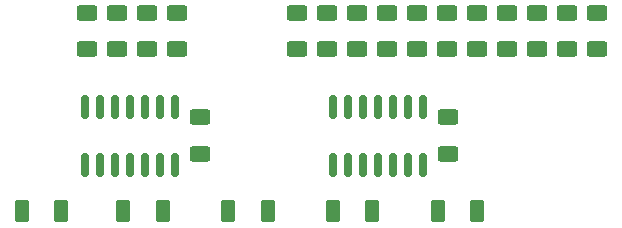
<source format=gbr>
G04 #@! TF.GenerationSoftware,KiCad,Pcbnew,8.0.8-8.0.8-0~ubuntu20.04.1*
G04 #@! TF.CreationDate,2025-01-21T23:34:15+05:30*
G04 #@! TF.ProjectId,hds_rpi,6864735f-7270-4692-9e6b-696361645f70,rev?*
G04 #@! TF.SameCoordinates,Original*
G04 #@! TF.FileFunction,Paste,Top*
G04 #@! TF.FilePolarity,Positive*
%FSLAX46Y46*%
G04 Gerber Fmt 4.6, Leading zero omitted, Abs format (unit mm)*
G04 Created by KiCad (PCBNEW 8.0.8-8.0.8-0~ubuntu20.04.1) date 2025-01-21 23:34:15*
%MOMM*%
%LPD*%
G01*
G04 APERTURE LIST*
G04 Aperture macros list*
%AMRoundRect*
0 Rectangle with rounded corners*
0 $1 Rounding radius*
0 $2 $3 $4 $5 $6 $7 $8 $9 X,Y pos of 4 corners*
0 Add a 4 corners polygon primitive as box body*
4,1,4,$2,$3,$4,$5,$6,$7,$8,$9,$2,$3,0*
0 Add four circle primitives for the rounded corners*
1,1,$1+$1,$2,$3*
1,1,$1+$1,$4,$5*
1,1,$1+$1,$6,$7*
1,1,$1+$1,$8,$9*
0 Add four rect primitives between the rounded corners*
20,1,$1+$1,$2,$3,$4,$5,0*
20,1,$1+$1,$4,$5,$6,$7,0*
20,1,$1+$1,$6,$7,$8,$9,0*
20,1,$1+$1,$8,$9,$2,$3,0*%
G04 Aperture macros list end*
%ADD10RoundRect,0.250000X-0.625000X0.400000X-0.625000X-0.400000X0.625000X-0.400000X0.625000X0.400000X0*%
%ADD11RoundRect,0.250000X-0.362500X-0.700000X0.362500X-0.700000X0.362500X0.700000X-0.362500X0.700000X0*%
%ADD12RoundRect,0.250000X0.362500X0.700000X-0.362500X0.700000X-0.362500X-0.700000X0.362500X-0.700000X0*%
%ADD13RoundRect,0.250000X0.625000X-0.400000X0.625000X0.400000X-0.625000X0.400000X-0.625000X-0.400000X0*%
%ADD14RoundRect,0.150000X0.150000X-0.825000X0.150000X0.825000X-0.150000X0.825000X-0.150000X-0.825000X0*%
G04 APERTURE END LIST*
D10*
X126238000Y-57886000D03*
X126238000Y-60986000D03*
D11*
X117875000Y-74700000D03*
X121200000Y-74700000D03*
D12*
X94575000Y-74700000D03*
X91250000Y-74700000D03*
D10*
X116078000Y-57886000D03*
X116078000Y-60986000D03*
D11*
X82665500Y-74700000D03*
X85990500Y-74700000D03*
D13*
X95758000Y-60986000D03*
X95758000Y-57886000D03*
X131318000Y-60986000D03*
X131318000Y-57886000D03*
D10*
X90678000Y-57886000D03*
X90678000Y-60986000D03*
D13*
X118700000Y-69822800D03*
X118700000Y-66722800D03*
D10*
X123698000Y-57886000D03*
X123698000Y-60986000D03*
X108458000Y-57886000D03*
X108458000Y-60986000D03*
D14*
X87990000Y-70775000D03*
X89260000Y-70775000D03*
X90530000Y-70775000D03*
X91800000Y-70775000D03*
X93070000Y-70775000D03*
X94340000Y-70775000D03*
X95610000Y-70775000D03*
X95610000Y-65825000D03*
X94340000Y-65825000D03*
X93070000Y-65825000D03*
X91800000Y-65825000D03*
X90530000Y-65825000D03*
X89260000Y-65825000D03*
X87990000Y-65825000D03*
D13*
X93218000Y-60986000D03*
X93218000Y-57886000D03*
D10*
X118618000Y-57886000D03*
X118618000Y-60986000D03*
X121158000Y-57886000D03*
X121158000Y-60986000D03*
D13*
X128778000Y-60986000D03*
X128778000Y-57886000D03*
D14*
X108990000Y-70775000D03*
X110260000Y-70775000D03*
X111530000Y-70775000D03*
X112800000Y-70775000D03*
X114070000Y-70775000D03*
X115340000Y-70775000D03*
X116610000Y-70775000D03*
X116610000Y-65825000D03*
X115340000Y-65825000D03*
X114070000Y-65825000D03*
X112800000Y-65825000D03*
X111530000Y-65825000D03*
X110260000Y-65825000D03*
X108990000Y-65825000D03*
D13*
X105918000Y-60986000D03*
X105918000Y-57886000D03*
X97700000Y-69850000D03*
X97700000Y-66750000D03*
D11*
X109000000Y-74700000D03*
X112325000Y-74700000D03*
D13*
X110998000Y-60986000D03*
X110998000Y-57886000D03*
X88138000Y-60986000D03*
X88138000Y-57886000D03*
X113538000Y-60986000D03*
X113538000Y-57886000D03*
D11*
X100125000Y-74700000D03*
X103450000Y-74700000D03*
M02*

</source>
